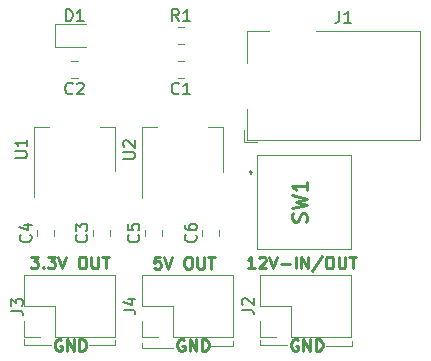
<source format=gbr>
G04 #@! TF.GenerationSoftware,KiCad,Pcbnew,5.1.5-52549c5~86~ubuntu16.04.1*
G04 #@! TF.CreationDate,2020-11-24T20:56:35+05:30*
G04 #@! TF.ProjectId,DC-DC 12V to 3.3V 5V Multi Output Voltage Conversion V1.0,44432d44-4320-4313-9256-20746f20332e,V1.0*
G04 #@! TF.SameCoordinates,Original*
G04 #@! TF.FileFunction,Legend,Top*
G04 #@! TF.FilePolarity,Positive*
%FSLAX46Y46*%
G04 Gerber Fmt 4.6, Leading zero omitted, Abs format (unit mm)*
G04 Created by KiCad (PCBNEW 5.1.5-52549c5~86~ubuntu16.04.1) date 2020-11-24 20:56:35*
%MOMM*%
%LPD*%
G04 APERTURE LIST*
%ADD10C,0.120000*%
%ADD11C,0.250000*%
%ADD12C,0.200000*%
%ADD13C,0.100000*%
%ADD14C,0.150000*%
%ADD15C,0.254000*%
G04 APERTURE END LIST*
D10*
X158584900Y-105397300D02*
X158584900Y-105029000D01*
X156413200Y-105397300D02*
X158584900Y-105397300D01*
X150850600Y-105384600D02*
X153123900Y-105384600D01*
X150850600Y-104927400D02*
X150850600Y-105384600D01*
X148577300Y-105448100D02*
X148577300Y-104978200D01*
X146710400Y-105448100D02*
X148577300Y-105448100D01*
X140855700Y-105562400D02*
X143459200Y-105562400D01*
X140855700Y-105206800D02*
X140855700Y-105562400D01*
X138544300Y-105384600D02*
X138544300Y-104902000D01*
X136359900Y-105384600D02*
X138544300Y-105384600D01*
X130822700Y-105333800D02*
X133146800Y-105333800D01*
X130822700Y-104825800D02*
X130822700Y-105333800D01*
D11*
X154025695Y-104884600D02*
X153930457Y-104836980D01*
X153787600Y-104836980D01*
X153644742Y-104884600D01*
X153549504Y-104979838D01*
X153501885Y-105075076D01*
X153454266Y-105265552D01*
X153454266Y-105408409D01*
X153501885Y-105598885D01*
X153549504Y-105694123D01*
X153644742Y-105789361D01*
X153787600Y-105836980D01*
X153882838Y-105836980D01*
X154025695Y-105789361D01*
X154073314Y-105741742D01*
X154073314Y-105408409D01*
X153882838Y-105408409D01*
X154501885Y-105836980D02*
X154501885Y-104836980D01*
X155073314Y-105836980D01*
X155073314Y-104836980D01*
X155549504Y-105836980D02*
X155549504Y-104836980D01*
X155787600Y-104836980D01*
X155930457Y-104884600D01*
X156025695Y-104979838D01*
X156073314Y-105075076D01*
X156120933Y-105265552D01*
X156120933Y-105408409D01*
X156073314Y-105598885D01*
X156025695Y-105694123D01*
X155930457Y-105789361D01*
X155787600Y-105836980D01*
X155549504Y-105836980D01*
X144386395Y-104897300D02*
X144291157Y-104849680D01*
X144148300Y-104849680D01*
X144005442Y-104897300D01*
X143910204Y-104992538D01*
X143862585Y-105087776D01*
X143814966Y-105278252D01*
X143814966Y-105421109D01*
X143862585Y-105611585D01*
X143910204Y-105706823D01*
X144005442Y-105802061D01*
X144148300Y-105849680D01*
X144243538Y-105849680D01*
X144386395Y-105802061D01*
X144434014Y-105754442D01*
X144434014Y-105421109D01*
X144243538Y-105421109D01*
X144862585Y-105849680D02*
X144862585Y-104849680D01*
X145434014Y-105849680D01*
X145434014Y-104849680D01*
X145910204Y-105849680D02*
X145910204Y-104849680D01*
X146148300Y-104849680D01*
X146291157Y-104897300D01*
X146386395Y-104992538D01*
X146434014Y-105087776D01*
X146481633Y-105278252D01*
X146481633Y-105421109D01*
X146434014Y-105611585D01*
X146386395Y-105706823D01*
X146291157Y-105802061D01*
X146148300Y-105849680D01*
X145910204Y-105849680D01*
X134010495Y-104884600D02*
X133915257Y-104836980D01*
X133772400Y-104836980D01*
X133629542Y-104884600D01*
X133534304Y-104979838D01*
X133486685Y-105075076D01*
X133439066Y-105265552D01*
X133439066Y-105408409D01*
X133486685Y-105598885D01*
X133534304Y-105694123D01*
X133629542Y-105789361D01*
X133772400Y-105836980D01*
X133867638Y-105836980D01*
X134010495Y-105789361D01*
X134058114Y-105741742D01*
X134058114Y-105408409D01*
X133867638Y-105408409D01*
X134486685Y-105836980D02*
X134486685Y-104836980D01*
X135058114Y-105836980D01*
X135058114Y-104836980D01*
X135534304Y-105836980D02*
X135534304Y-104836980D01*
X135772400Y-104836980D01*
X135915257Y-104884600D01*
X136010495Y-104979838D01*
X136058114Y-105075076D01*
X136105733Y-105265552D01*
X136105733Y-105408409D01*
X136058114Y-105598885D01*
X136010495Y-105694123D01*
X135915257Y-105789361D01*
X135772400Y-105836980D01*
X135534304Y-105836980D01*
X131410485Y-97864680D02*
X132029533Y-97864680D01*
X131696200Y-98245633D01*
X131839057Y-98245633D01*
X131934295Y-98293252D01*
X131981914Y-98340871D01*
X132029533Y-98436109D01*
X132029533Y-98674204D01*
X131981914Y-98769442D01*
X131934295Y-98817061D01*
X131839057Y-98864680D01*
X131553342Y-98864680D01*
X131458104Y-98817061D01*
X131410485Y-98769442D01*
X132458104Y-98769442D02*
X132505723Y-98817061D01*
X132458104Y-98864680D01*
X132410485Y-98817061D01*
X132458104Y-98769442D01*
X132458104Y-98864680D01*
X132839057Y-97864680D02*
X133458104Y-97864680D01*
X133124771Y-98245633D01*
X133267628Y-98245633D01*
X133362866Y-98293252D01*
X133410485Y-98340871D01*
X133458104Y-98436109D01*
X133458104Y-98674204D01*
X133410485Y-98769442D01*
X133362866Y-98817061D01*
X133267628Y-98864680D01*
X132981914Y-98864680D01*
X132886676Y-98817061D01*
X132839057Y-98769442D01*
X133743819Y-97864680D02*
X134077152Y-98864680D01*
X134410485Y-97864680D01*
X135696200Y-97864680D02*
X135886676Y-97864680D01*
X135981914Y-97912300D01*
X136077152Y-98007538D01*
X136124771Y-98198014D01*
X136124771Y-98531347D01*
X136077152Y-98721823D01*
X135981914Y-98817061D01*
X135886676Y-98864680D01*
X135696200Y-98864680D01*
X135600961Y-98817061D01*
X135505723Y-98721823D01*
X135458104Y-98531347D01*
X135458104Y-98198014D01*
X135505723Y-98007538D01*
X135600961Y-97912300D01*
X135696200Y-97864680D01*
X136553342Y-97864680D02*
X136553342Y-98674204D01*
X136600961Y-98769442D01*
X136648580Y-98817061D01*
X136743819Y-98864680D01*
X136934295Y-98864680D01*
X137029533Y-98817061D01*
X137077152Y-98769442D01*
X137124771Y-98674204D01*
X137124771Y-97864680D01*
X137458104Y-97864680D02*
X138029533Y-97864680D01*
X137743819Y-98864680D02*
X137743819Y-97864680D01*
X142373600Y-97890080D02*
X141897409Y-97890080D01*
X141849790Y-98366271D01*
X141897409Y-98318652D01*
X141992647Y-98271033D01*
X142230742Y-98271033D01*
X142325980Y-98318652D01*
X142373600Y-98366271D01*
X142421219Y-98461509D01*
X142421219Y-98699604D01*
X142373600Y-98794842D01*
X142325980Y-98842461D01*
X142230742Y-98890080D01*
X141992647Y-98890080D01*
X141897409Y-98842461D01*
X141849790Y-98794842D01*
X142706933Y-97890080D02*
X143040266Y-98890080D01*
X143373600Y-97890080D01*
X144659314Y-97890080D02*
X144849790Y-97890080D01*
X144945028Y-97937700D01*
X145040266Y-98032938D01*
X145087885Y-98223414D01*
X145087885Y-98556747D01*
X145040266Y-98747223D01*
X144945028Y-98842461D01*
X144849790Y-98890080D01*
X144659314Y-98890080D01*
X144564076Y-98842461D01*
X144468838Y-98747223D01*
X144421219Y-98556747D01*
X144421219Y-98223414D01*
X144468838Y-98032938D01*
X144564076Y-97937700D01*
X144659314Y-97890080D01*
X145516457Y-97890080D02*
X145516457Y-98699604D01*
X145564076Y-98794842D01*
X145611695Y-98842461D01*
X145706933Y-98890080D01*
X145897409Y-98890080D01*
X145992647Y-98842461D01*
X146040266Y-98794842D01*
X146087885Y-98699604D01*
X146087885Y-97890080D01*
X146421219Y-97890080D02*
X146992647Y-97890080D01*
X146706933Y-98890080D02*
X146706933Y-97890080D01*
X150378019Y-98864680D02*
X149806590Y-98864680D01*
X150092304Y-98864680D02*
X150092304Y-97864680D01*
X149997066Y-98007538D01*
X149901828Y-98102776D01*
X149806590Y-98150395D01*
X150758971Y-97959919D02*
X150806590Y-97912300D01*
X150901828Y-97864680D01*
X151139923Y-97864680D01*
X151235161Y-97912300D01*
X151282780Y-97959919D01*
X151330400Y-98055157D01*
X151330400Y-98150395D01*
X151282780Y-98293252D01*
X150711352Y-98864680D01*
X151330400Y-98864680D01*
X151616114Y-97864680D02*
X151949447Y-98864680D01*
X152282780Y-97864680D01*
X152616114Y-98483728D02*
X153378019Y-98483728D01*
X153854209Y-98864680D02*
X153854209Y-97864680D01*
X154330400Y-98864680D02*
X154330400Y-97864680D01*
X154901828Y-98864680D01*
X154901828Y-97864680D01*
X156092304Y-97817061D02*
X155235161Y-99102776D01*
X156616114Y-97864680D02*
X156806590Y-97864680D01*
X156901828Y-97912300D01*
X156997066Y-98007538D01*
X157044685Y-98198014D01*
X157044685Y-98531347D01*
X156997066Y-98721823D01*
X156901828Y-98817061D01*
X156806590Y-98864680D01*
X156616114Y-98864680D01*
X156520876Y-98817061D01*
X156425638Y-98721823D01*
X156378019Y-98531347D01*
X156378019Y-98198014D01*
X156425638Y-98007538D01*
X156520876Y-97912300D01*
X156616114Y-97864680D01*
X157473257Y-97864680D02*
X157473257Y-98674204D01*
X157520876Y-98769442D01*
X157568495Y-98817061D01*
X157663733Y-98864680D01*
X157854209Y-98864680D01*
X157949447Y-98817061D01*
X157997066Y-98769442D01*
X158044685Y-98674204D01*
X158044685Y-97864680D01*
X158378019Y-97864680D02*
X158949447Y-97864680D01*
X158663733Y-98864680D02*
X158663733Y-97864680D01*
D10*
X149696600Y-87962800D02*
X149696600Y-85362800D01*
X164396600Y-87962800D02*
X149696600Y-87962800D01*
X149696600Y-78762800D02*
X151596600Y-78762800D01*
X149696600Y-81462800D02*
X149696600Y-78762800D01*
X164396600Y-78762800D02*
X164396600Y-87962800D01*
X155596600Y-78762800D02*
X164396600Y-78762800D01*
X150546600Y-88162800D02*
X149496600Y-88162800D01*
X149496600Y-87112800D02*
X149496600Y-88162800D01*
D12*
X150036400Y-90628800D02*
G75*
G02X150036400Y-90828800I0J-100000D01*
G01*
X150036400Y-90828800D02*
G75*
G02X150036400Y-90628800I0J100000D01*
G01*
X150036400Y-90828800D02*
X150036400Y-90828800D01*
X150036400Y-90628800D02*
X150036400Y-90628800D01*
D13*
X150536400Y-89228800D02*
X158536400Y-89228800D01*
X150536400Y-97228800D02*
X150536400Y-89228800D01*
X158536400Y-97228800D02*
X150536400Y-97228800D01*
X158536400Y-89228800D02*
X158536400Y-97228800D01*
D10*
X140862000Y-92923800D02*
X140862000Y-86913800D01*
X147682000Y-90673800D02*
X147682000Y-86913800D01*
X140862000Y-86913800D02*
X142122000Y-86913800D01*
X147682000Y-86913800D02*
X146422000Y-86913800D01*
X131718000Y-92860300D02*
X131718000Y-86850300D01*
X138538000Y-90610300D02*
X138538000Y-86850300D01*
X131718000Y-86850300D02*
X132978000Y-86850300D01*
X138538000Y-86850300D02*
X137278000Y-86850300D01*
X143862322Y-79831000D02*
X144379478Y-79831000D01*
X143862322Y-78411000D02*
X144379478Y-78411000D01*
X140829000Y-104642300D02*
X140829000Y-103312300D01*
X142159000Y-104642300D02*
X140829000Y-104642300D01*
X140829000Y-102042300D02*
X140829000Y-99442300D01*
X143429000Y-102042300D02*
X140829000Y-102042300D01*
X143429000Y-104642300D02*
X143429000Y-102042300D01*
X140829000Y-99442300D02*
X148569000Y-99442300D01*
X143429000Y-104642300D02*
X148569000Y-104642300D01*
X148569000Y-104642300D02*
X148569000Y-99442300D01*
X130829000Y-104642300D02*
X130829000Y-103312300D01*
X132159000Y-104642300D02*
X130829000Y-104642300D01*
X130829000Y-102042300D02*
X130829000Y-99442300D01*
X133429000Y-102042300D02*
X130829000Y-102042300D01*
X133429000Y-104642300D02*
X133429000Y-102042300D01*
X130829000Y-99442300D02*
X138569000Y-99442300D01*
X133429000Y-104642300D02*
X138569000Y-104642300D01*
X138569000Y-104642300D02*
X138569000Y-99442300D01*
X150829000Y-104642300D02*
X150829000Y-103312300D01*
X152159000Y-104642300D02*
X150829000Y-104642300D01*
X150829000Y-102042300D02*
X150829000Y-99442300D01*
X153429000Y-102042300D02*
X150829000Y-102042300D01*
X153429000Y-104642300D02*
X153429000Y-102042300D01*
X150829000Y-99442300D02*
X158569000Y-99442300D01*
X153429000Y-104642300D02*
X158569000Y-104642300D01*
X158569000Y-104642300D02*
X158569000Y-99442300D01*
X133435900Y-80093700D02*
X136120900Y-80093700D01*
X133435900Y-78173700D02*
X133435900Y-80093700D01*
X136120900Y-78173700D02*
X133435900Y-78173700D01*
X147369600Y-96109078D02*
X147369600Y-95591922D01*
X145949600Y-96109078D02*
X145949600Y-95591922D01*
X142518200Y-96109078D02*
X142518200Y-95591922D01*
X141098200Y-96109078D02*
X141098200Y-95591922D01*
X133386900Y-96109078D02*
X133386900Y-95591922D01*
X131966900Y-96109078D02*
X131966900Y-95591922D01*
X138111300Y-96109078D02*
X138111300Y-95591922D01*
X136691300Y-96109078D02*
X136691300Y-95591922D01*
X135379478Y-81316900D02*
X134862322Y-81316900D01*
X135379478Y-82736900D02*
X134862322Y-82736900D01*
X144379478Y-81316900D02*
X143862322Y-81316900D01*
X144379478Y-82736900D02*
X143862322Y-82736900D01*
D14*
X157527666Y-77065180D02*
X157527666Y-77779466D01*
X157480047Y-77922323D01*
X157384809Y-78017561D01*
X157241952Y-78065180D01*
X157146714Y-78065180D01*
X158527666Y-78065180D02*
X157956238Y-78065180D01*
X158241952Y-78065180D02*
X158241952Y-77065180D01*
X158146714Y-77208038D01*
X158051476Y-77303276D01*
X157956238Y-77350895D01*
D15*
X154750447Y-94922133D02*
X154810923Y-94740704D01*
X154810923Y-94438323D01*
X154750447Y-94317371D01*
X154689971Y-94256895D01*
X154569019Y-94196419D01*
X154448066Y-94196419D01*
X154327114Y-94256895D01*
X154266638Y-94317371D01*
X154206161Y-94438323D01*
X154145685Y-94680228D01*
X154085209Y-94801180D01*
X154024733Y-94861657D01*
X153903780Y-94922133D01*
X153782828Y-94922133D01*
X153661876Y-94861657D01*
X153601400Y-94801180D01*
X153540923Y-94680228D01*
X153540923Y-94377847D01*
X153601400Y-94196419D01*
X153540923Y-93773085D02*
X154810923Y-93470704D01*
X153903780Y-93228800D01*
X154810923Y-92986895D01*
X153540923Y-92684514D01*
X154810923Y-91535466D02*
X154810923Y-92261180D01*
X154810923Y-91898323D02*
X153540923Y-91898323D01*
X153722352Y-92019276D01*
X153843304Y-92140228D01*
X153903780Y-92261180D01*
D14*
X139224380Y-89585704D02*
X140033904Y-89585704D01*
X140129142Y-89538085D01*
X140176761Y-89490466D01*
X140224380Y-89395228D01*
X140224380Y-89204752D01*
X140176761Y-89109514D01*
X140129142Y-89061895D01*
X140033904Y-89014276D01*
X139224380Y-89014276D01*
X139319619Y-88585704D02*
X139272000Y-88538085D01*
X139224380Y-88442847D01*
X139224380Y-88204752D01*
X139272000Y-88109514D01*
X139319619Y-88061895D01*
X139414857Y-88014276D01*
X139510095Y-88014276D01*
X139652952Y-88061895D01*
X140224380Y-88633323D01*
X140224380Y-88014276D01*
X130080380Y-89522204D02*
X130889904Y-89522204D01*
X130985142Y-89474585D01*
X131032761Y-89426966D01*
X131080380Y-89331728D01*
X131080380Y-89141252D01*
X131032761Y-89046014D01*
X130985142Y-88998395D01*
X130889904Y-88950776D01*
X130080380Y-88950776D01*
X131080380Y-87950776D02*
X131080380Y-88522204D01*
X131080380Y-88236490D02*
X130080380Y-88236490D01*
X130223238Y-88331728D01*
X130318476Y-88426966D01*
X130366095Y-88522204D01*
X143954233Y-77923380D02*
X143620900Y-77447190D01*
X143382804Y-77923380D02*
X143382804Y-76923380D01*
X143763757Y-76923380D01*
X143858995Y-76971000D01*
X143906614Y-77018619D01*
X143954233Y-77113857D01*
X143954233Y-77256714D01*
X143906614Y-77351952D01*
X143858995Y-77399571D01*
X143763757Y-77447190D01*
X143382804Y-77447190D01*
X144906614Y-77923380D02*
X144335185Y-77923380D01*
X144620900Y-77923380D02*
X144620900Y-76923380D01*
X144525661Y-77066238D01*
X144430423Y-77161476D01*
X144335185Y-77209095D01*
X139281380Y-102375633D02*
X139995666Y-102375633D01*
X140138523Y-102423252D01*
X140233761Y-102518490D01*
X140281380Y-102661347D01*
X140281380Y-102756585D01*
X139614714Y-101470871D02*
X140281380Y-101470871D01*
X139233761Y-101708966D02*
X139948047Y-101947061D01*
X139948047Y-101328014D01*
X129754380Y-102441333D02*
X130468666Y-102441333D01*
X130611523Y-102488952D01*
X130706761Y-102584190D01*
X130754380Y-102727047D01*
X130754380Y-102822285D01*
X129754380Y-102060380D02*
X129754380Y-101441333D01*
X130135333Y-101774666D01*
X130135333Y-101631809D01*
X130182952Y-101536571D01*
X130230571Y-101488952D01*
X130325809Y-101441333D01*
X130563904Y-101441333D01*
X130659142Y-101488952D01*
X130706761Y-101536571D01*
X130754380Y-101631809D01*
X130754380Y-101917523D01*
X130706761Y-102012761D01*
X130659142Y-102060380D01*
X149281380Y-102375633D02*
X149995666Y-102375633D01*
X150138523Y-102423252D01*
X150233761Y-102518490D01*
X150281380Y-102661347D01*
X150281380Y-102756585D01*
X149376619Y-101947061D02*
X149329000Y-101899442D01*
X149281380Y-101804204D01*
X149281380Y-101566109D01*
X149329000Y-101470871D01*
X149376619Y-101423252D01*
X149471857Y-101375633D01*
X149567095Y-101375633D01*
X149709952Y-101423252D01*
X150281380Y-101994680D01*
X150281380Y-101375633D01*
X134382804Y-77936080D02*
X134382804Y-76936080D01*
X134620900Y-76936080D01*
X134763757Y-76983700D01*
X134858995Y-77078938D01*
X134906614Y-77174176D01*
X134954233Y-77364652D01*
X134954233Y-77507509D01*
X134906614Y-77697985D01*
X134858995Y-77793223D01*
X134763757Y-77888461D01*
X134620900Y-77936080D01*
X134382804Y-77936080D01*
X135906614Y-77936080D02*
X135335185Y-77936080D01*
X135620900Y-77936080D02*
X135620900Y-76936080D01*
X135525661Y-77078938D01*
X135430423Y-77174176D01*
X135335185Y-77221795D01*
X145366742Y-96017166D02*
X145414361Y-96064785D01*
X145461980Y-96207642D01*
X145461980Y-96302880D01*
X145414361Y-96445738D01*
X145319123Y-96540976D01*
X145223885Y-96588595D01*
X145033409Y-96636214D01*
X144890552Y-96636214D01*
X144700076Y-96588595D01*
X144604838Y-96540976D01*
X144509600Y-96445738D01*
X144461980Y-96302880D01*
X144461980Y-96207642D01*
X144509600Y-96064785D01*
X144557219Y-96017166D01*
X144461980Y-95160023D02*
X144461980Y-95350500D01*
X144509600Y-95445738D01*
X144557219Y-95493357D01*
X144700076Y-95588595D01*
X144890552Y-95636214D01*
X145271504Y-95636214D01*
X145366742Y-95588595D01*
X145414361Y-95540976D01*
X145461980Y-95445738D01*
X145461980Y-95255261D01*
X145414361Y-95160023D01*
X145366742Y-95112404D01*
X145271504Y-95064785D01*
X145033409Y-95064785D01*
X144938171Y-95112404D01*
X144890552Y-95160023D01*
X144842933Y-95255261D01*
X144842933Y-95445738D01*
X144890552Y-95540976D01*
X144938171Y-95588595D01*
X145033409Y-95636214D01*
X140515342Y-96017166D02*
X140562961Y-96064785D01*
X140610580Y-96207642D01*
X140610580Y-96302880D01*
X140562961Y-96445738D01*
X140467723Y-96540976D01*
X140372485Y-96588595D01*
X140182009Y-96636214D01*
X140039152Y-96636214D01*
X139848676Y-96588595D01*
X139753438Y-96540976D01*
X139658200Y-96445738D01*
X139610580Y-96302880D01*
X139610580Y-96207642D01*
X139658200Y-96064785D01*
X139705819Y-96017166D01*
X139610580Y-95112404D02*
X139610580Y-95588595D01*
X140086771Y-95636214D01*
X140039152Y-95588595D01*
X139991533Y-95493357D01*
X139991533Y-95255261D01*
X140039152Y-95160023D01*
X140086771Y-95112404D01*
X140182009Y-95064785D01*
X140420104Y-95064785D01*
X140515342Y-95112404D01*
X140562961Y-95160023D01*
X140610580Y-95255261D01*
X140610580Y-95493357D01*
X140562961Y-95588595D01*
X140515342Y-95636214D01*
X131384042Y-96017166D02*
X131431661Y-96064785D01*
X131479280Y-96207642D01*
X131479280Y-96302880D01*
X131431661Y-96445738D01*
X131336423Y-96540976D01*
X131241185Y-96588595D01*
X131050709Y-96636214D01*
X130907852Y-96636214D01*
X130717376Y-96588595D01*
X130622138Y-96540976D01*
X130526900Y-96445738D01*
X130479280Y-96302880D01*
X130479280Y-96207642D01*
X130526900Y-96064785D01*
X130574519Y-96017166D01*
X130812614Y-95160023D02*
X131479280Y-95160023D01*
X130431661Y-95398119D02*
X131145947Y-95636214D01*
X131145947Y-95017166D01*
X136108442Y-96017166D02*
X136156061Y-96064785D01*
X136203680Y-96207642D01*
X136203680Y-96302880D01*
X136156061Y-96445738D01*
X136060823Y-96540976D01*
X135965585Y-96588595D01*
X135775109Y-96636214D01*
X135632252Y-96636214D01*
X135441776Y-96588595D01*
X135346538Y-96540976D01*
X135251300Y-96445738D01*
X135203680Y-96302880D01*
X135203680Y-96207642D01*
X135251300Y-96064785D01*
X135298919Y-96017166D01*
X135203680Y-95683833D02*
X135203680Y-95064785D01*
X135584633Y-95398119D01*
X135584633Y-95255261D01*
X135632252Y-95160023D01*
X135679871Y-95112404D01*
X135775109Y-95064785D01*
X136013204Y-95064785D01*
X136108442Y-95112404D01*
X136156061Y-95160023D01*
X136203680Y-95255261D01*
X136203680Y-95540976D01*
X136156061Y-95636214D01*
X136108442Y-95683833D01*
X134954233Y-84034042D02*
X134906614Y-84081661D01*
X134763757Y-84129280D01*
X134668519Y-84129280D01*
X134525661Y-84081661D01*
X134430423Y-83986423D01*
X134382804Y-83891185D01*
X134335185Y-83700709D01*
X134335185Y-83557852D01*
X134382804Y-83367376D01*
X134430423Y-83272138D01*
X134525661Y-83176900D01*
X134668519Y-83129280D01*
X134763757Y-83129280D01*
X134906614Y-83176900D01*
X134954233Y-83224519D01*
X135335185Y-83224519D02*
X135382804Y-83176900D01*
X135478042Y-83129280D01*
X135716138Y-83129280D01*
X135811376Y-83176900D01*
X135858995Y-83224519D01*
X135906614Y-83319757D01*
X135906614Y-83414995D01*
X135858995Y-83557852D01*
X135287566Y-84129280D01*
X135906614Y-84129280D01*
X143954233Y-84034042D02*
X143906614Y-84081661D01*
X143763757Y-84129280D01*
X143668519Y-84129280D01*
X143525661Y-84081661D01*
X143430423Y-83986423D01*
X143382804Y-83891185D01*
X143335185Y-83700709D01*
X143335185Y-83557852D01*
X143382804Y-83367376D01*
X143430423Y-83272138D01*
X143525661Y-83176900D01*
X143668519Y-83129280D01*
X143763757Y-83129280D01*
X143906614Y-83176900D01*
X143954233Y-83224519D01*
X144906614Y-84129280D02*
X144335185Y-84129280D01*
X144620900Y-84129280D02*
X144620900Y-83129280D01*
X144525661Y-83272138D01*
X144430423Y-83367376D01*
X144335185Y-83414995D01*
M02*

</source>
